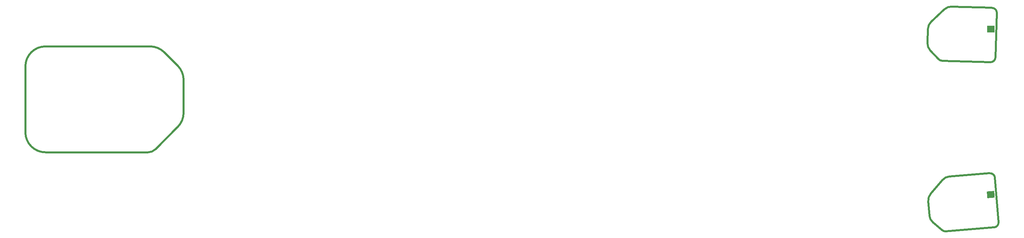
<source format=gbr>
*
G4_C Author: OrCAD GerbTool(tm) 8.1.1 Thu Jun 19 01:59:54 2003*
%LPD*%
%LNstiffbot*%
%FSLAX34Y34*%
%MOIN*%
%AD*%
%AMD26R95*
20,1,0.027000,0.000000,-0.036000,0.000000,0.036000,95.100000*
%
%AMD12R359*
20,1,0.027000,0.035860,0.003200,-0.035860,-0.003200,359.000000*
%
%AMD13R0*
20,1,0.027000,0.035910,0.002570,-0.035910,-0.002570,0.500000*
%
%AMD26R88*
20,1,0.027000,0.000000,-0.036000,0.000000,0.036000,88.200000*
%
%ADD10C,0.010000*%
%ADD11C,0.020000*%
%ADD12D26R95*%
%ADD13D12R359*%
%ADD14D13R0*%
%ADD15D26R88*%
%ADD26R,0.027000X0.072000*%
G4_C OrCAD GerbTool Tool List *
G54D11*
G1X12921Y30450D2*
G75*
G2X12215Y30157I-707J707D1*
G74*
G1X1997Y30158D2*
G75*
G2X-3Y32159I0J2000D1*
G74*
G1X-3Y38716D1*
G1X1997Y40716D2*
G75*
G3X-3Y38716I0J-2000D1*
G74*
G1X12215Y30158D2*
G1X1997Y30158D1*
G1X1997Y40716D2*
G1X12404Y40716D1*
G75*
G2X13818Y40130I0J-2000D1*
G74*
G1X15153Y38795D1*
G75*
G2X15739Y37381I-1414J-1414D1*
G74*
G1X15739Y34097D1*
G1X15153Y32684D2*
G1X12921Y30450D1*
G1X15739Y34097D2*
G75*
G2X15153Y32684I-1999J0D1*
G74*
G1X96670Y44045D2*
G75*
G3X96186Y44561I-500J16D1*
G74*
G1X90855Y39449D2*
G75*
G3X91204Y39291I365J343D1*
G74*
G1X96016Y39140D1*
G1X96531Y39624D2*
G1X96670Y44045D1*
G1X96016Y39140D2*
G75*
G3X96531Y39624I16J500D1*
G74*
G1X90855Y39449D2*
G1X90037Y40320D1*
G75*
G2X89767Y41036I729J685D1*
G74*
G1X89813Y42473D1*
G75*
G2X90128Y43171I1000J-32D1*
G74*
G1X91454Y44416D1*
G1X92170Y44687D2*
G1X96186Y44561D1*
G1X91454Y44416D2*
G75*
G2X92170Y44687I685J-729D1*
G74*
G54D15*
G1X96055Y42246D3*
G1X96061Y42444D3*
G1X96067Y42644D3*
G1X96485Y27610D2*
G75*
G54D11*
G3X95946Y28068I-499J-40D1*
G74*
G1X91218Y22394D2*
G75*
G3X91582Y22276I325J381D1*
G74*
G1X96381Y22662D1*
G1X96839Y23200D2*
G1X96485Y27610D1*
G1X96381Y22662D2*
G75*
G3X96839Y23200I-40J498D1*
G74*
G1X91218Y22394D2*
G1X90308Y23168D1*
G75*
G2X89960Y23850I648J762D1*
G74*
G1X89845Y25283D1*
G75*
G2X90080Y26011I997J80D1*
G74*
G1X91260Y27397D1*
G1X91941Y27746D2*
G1X95946Y28068D1*
G1X91260Y27397D2*
G75*
G2X91941Y27746I762J-648D1*
G74*
G54D14*
G1X96073Y25753D3*
G1X96057Y25950D3*
G1X96041Y26150D3*
M2*

</source>
